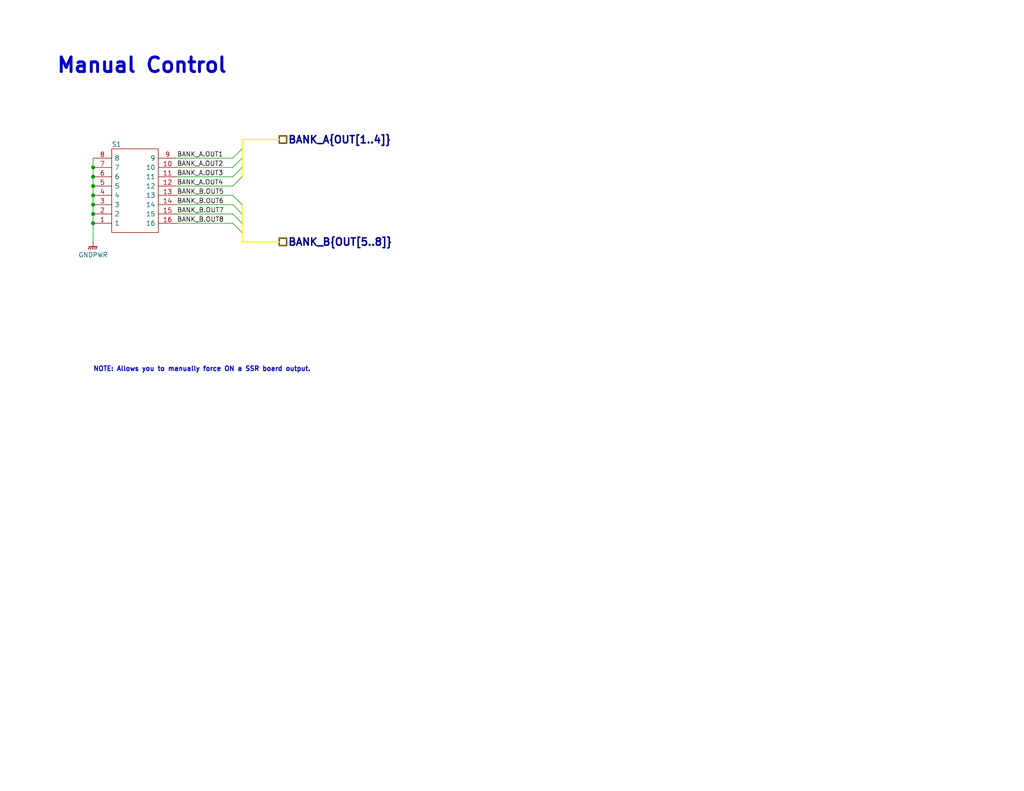
<source format=kicad_sch>
(kicad_sch (version 20230121) (generator eeschema)

  (uuid d160d62f-498c-4653-becf-a044d607865a)

  (paper "USLetter")

  (title_block
    (date "2023-02-13")
    (rev "0.0.11")
    (comment 2 "http://creativecommons.org/licenses/by-sa/4.0/")
    (comment 3 "License: CC By SA 4.0")
    (comment 4 "Author: Michael Cummings")
    (comment 5 "https://ohwr.org/project/cernohl/wikis/Documents/CERN-OHL-version-2")
    (comment 6 "Hardware License: CERN-OHL-W")
  )

  (lib_symbols
    (symbol "dragon_mobile:193-8MS" (pin_names (offset 0.762)) (in_bom yes) (on_board yes)
      (property "Reference" "S" (at 5.08 7.62 0)
        (effects (font (size 1.27 1.27)) (justify left))
      )
      (property "Value" "193-8MS" (at 5.08 5.08 0)
        (effects (font (size 1.5 1.5)) (justify left) hide)
      )
      (property "Footprint" "dragon_mobile:1938MS" (at 19.05 -22.86 0)
        (effects (font (size 1.27 1.27)) (justify left) hide)
      )
      (property "Datasheet" "https://componentsearchengine.com/Datasheets/1/193-8MS.pdf" (at 19.05 -25.4 0)
        (effects (font (size 1.27 1.27)) (justify left) hide)
      )
      (property "Description" "DIP Switches / SIP Switches 8 switch sections SPST" (at 19.05 -27.94 0)
        (effects (font (size 1.27 1.27)) (justify left) hide)
      )
      (property "MFN" "CTS" (at 19.05 -38.1 0)
        (effects (font (size 1.27 1.27)) (justify left) hide)
      )
      (property "MFP" "193-8MS" (at 19.05 -40.64 0)
        (effects (font (size 1.27 1.27)) (justify left) hide)
      )
      (property "Height (mm)" "9.37" (at 19.05 -30.48 0)
        (effects (font (size 1.27 1.27)) (justify left) hide)
      )
      (property "Mouser Part Number" "774-1938MS" (at 19.05 -33.02 0)
        (effects (font (size 1.27 1.27)) (justify left) hide)
      )
      (property "Mouser Price/Stock" "https://www.mouser.com/ProductDetail/CTS-Electronic-Components/193-8MS?qs=Mr%252BgrRYddfpU71WCaMSCKA%3D%3D" (at 19.05 -35.56 0)
        (effects (font (size 1.27 1.27)) (justify left) hide)
      )
      (property "ki_description" "DIP Switches / SIP Switches 8 switch sections SPST" (at 0 0 0)
        (effects (font (size 1.27 1.27)) hide)
      )
      (symbol "193-8MS_0_0"
        (pin passive line (at 0 0 0) (length 5.08)
          (name "1" (effects (font (size 1.27 1.27))))
          (number "1" (effects (font (size 1.27 1.27))))
        )
        (pin passive line (at 22.86 -15.24 180) (length 5.08)
          (name "10" (effects (font (size 1.27 1.27))))
          (number "10" (effects (font (size 1.27 1.27))))
        )
        (pin passive line (at 22.86 -12.7 180) (length 5.08)
          (name "11" (effects (font (size 1.27 1.27))))
          (number "11" (effects (font (size 1.27 1.27))))
        )
        (pin passive line (at 22.86 -10.16 180) (length 5.08)
          (name "12" (effects (font (size 1.27 1.27))))
          (number "12" (effects (font (size 1.27 1.27))))
        )
        (pin passive line (at 22.86 -7.62 180) (length 5.08)
          (name "13" (effects (font (size 1.27 1.27))))
          (number "13" (effects (font (size 1.27 1.27))))
        )
        (pin passive line (at 22.86 -5.08 180) (length 5.08)
          (name "14" (effects (font (size 1.27 1.27))))
          (number "14" (effects (font (size 1.27 1.27))))
        )
        (pin passive line (at 22.86 -2.54 180) (length 5.08)
          (name "15" (effects (font (size 1.27 1.27))))
          (number "15" (effects (font (size 1.27 1.27))))
        )
        (pin passive line (at 22.86 0 180) (length 5.08)
          (name "16" (effects (font (size 1.27 1.27))))
          (number "16" (effects (font (size 1.27 1.27))))
        )
        (pin passive line (at 0 -2.54 0) (length 5.08)
          (name "2" (effects (font (size 1.27 1.27))))
          (number "2" (effects (font (size 1.27 1.27))))
        )
        (pin passive line (at 0 -5.08 0) (length 5.08)
          (name "3" (effects (font (size 1.27 1.27))))
          (number "3" (effects (font (size 1.27 1.27))))
        )
        (pin passive line (at 0 -7.62 0) (length 5.08)
          (name "4" (effects (font (size 1.27 1.27))))
          (number "4" (effects (font (size 1.27 1.27))))
        )
        (pin passive line (at 0 -10.16 0) (length 5.08)
          (name "5" (effects (font (size 1.27 1.27))))
          (number "5" (effects (font (size 1.27 1.27))))
        )
        (pin passive line (at 0 -12.7 0) (length 5.08)
          (name "6" (effects (font (size 1.27 1.27))))
          (number "6" (effects (font (size 1.27 1.27))))
        )
        (pin passive line (at 0 -15.24 0) (length 5.08)
          (name "7" (effects (font (size 1.27 1.27))))
          (number "7" (effects (font (size 1.27 1.27))))
        )
        (pin passive line (at 0 -17.78 0) (length 5.08)
          (name "8" (effects (font (size 1.27 1.27))))
          (number "8" (effects (font (size 1.27 1.27))))
        )
        (pin passive line (at 22.86 -17.78 180) (length 5.08)
          (name "9" (effects (font (size 1.27 1.27))))
          (number "9" (effects (font (size 1.27 1.27))))
        )
      )
      (symbol "193-8MS_0_1"
        (polyline
          (pts
            (xy 5.08 2.54)
            (xy 17.78 2.54)
            (xy 17.78 -20.32)
            (xy 5.08 -20.32)
            (xy 5.08 2.54)
          )
          (stroke (width 0.1524) (type default))
          (fill (type none))
        )
      )
    )
    (symbol "power:GNDPWR" (power) (pin_names (offset 0)) (in_bom yes) (on_board yes)
      (property "Reference" "#PWR" (at 0 -5.08 0)
        (effects (font (size 1.27 1.27)) hide)
      )
      (property "Value" "GNDPWR" (at 0 -3.302 0)
        (effects (font (size 1.27 1.27)))
      )
      (property "Footprint" "" (at 0 -1.27 0)
        (effects (font (size 1.27 1.27)) hide)
      )
      (property "Datasheet" "" (at 0 -1.27 0)
        (effects (font (size 1.27 1.27)) hide)
      )
      (property "ki_keywords" "power-flag" (at 0 0 0)
        (effects (font (size 1.27 1.27)) hide)
      )
      (property "ki_description" "Power symbol creates a global label with name \"GNDPWR\" , power ground" (at 0 0 0)
        (effects (font (size 1.27 1.27)) hide)
      )
      (symbol "GNDPWR_0_1"
        (polyline
          (pts
            (xy 0 -1.27)
            (xy 0 0)
          )
          (stroke (width 0) (type default))
          (fill (type none))
        )
        (polyline
          (pts
            (xy -1.016 -1.27)
            (xy -1.27 -2.032)
            (xy -1.27 -2.032)
          )
          (stroke (width 0.2032) (type default))
          (fill (type none))
        )
        (polyline
          (pts
            (xy -0.508 -1.27)
            (xy -0.762 -2.032)
            (xy -0.762 -2.032)
          )
          (stroke (width 0.2032) (type default))
          (fill (type none))
        )
        (polyline
          (pts
            (xy 0 -1.27)
            (xy -0.254 -2.032)
            (xy -0.254 -2.032)
          )
          (stroke (width 0.2032) (type default))
          (fill (type none))
        )
        (polyline
          (pts
            (xy 0.508 -1.27)
            (xy 0.254 -2.032)
            (xy 0.254 -2.032)
          )
          (stroke (width 0.2032) (type default))
          (fill (type none))
        )
        (polyline
          (pts
            (xy 1.016 -1.27)
            (xy -1.016 -1.27)
            (xy -1.016 -1.27)
          )
          (stroke (width 0.2032) (type default))
          (fill (type none))
        )
        (polyline
          (pts
            (xy 1.016 -1.27)
            (xy 0.762 -2.032)
            (xy 0.762 -2.032)
            (xy 0.762 -2.032)
          )
          (stroke (width 0.2032) (type default))
          (fill (type none))
        )
      )
      (symbol "GNDPWR_1_1"
        (pin power_in line (at 0 0 270) (length 0) hide
          (name "GNDPWR" (effects (font (size 1.27 1.27))))
          (number "1" (effects (font (size 1.27 1.27))))
        )
      )
    )
  )

  (junction (at 25.4 55.88) (diameter 0) (color 0 0 0 0)
    (uuid 565d5075-bd28-4567-98c9-b0e3ca78062d)
  )
  (junction (at 25.4 58.42) (diameter 0) (color 0 0 0 0)
    (uuid 6e0762f3-3602-40a4-afcc-6c6332c3da45)
  )
  (junction (at 25.4 45.72) (diameter 0) (color 0 0 0 0)
    (uuid 87dd2fc8-2e0f-44e1-8781-ffaa14b0c95c)
  )
  (junction (at 25.4 48.26) (diameter 0) (color 0 0 0 0)
    (uuid 8d6d5cf3-474c-48d9-bdda-62875d44fc03)
  )
  (junction (at 25.4 53.34) (diameter 0) (color 0 0 0 0)
    (uuid a4d091ab-d649-4850-b262-d9a70672bd99)
  )
  (junction (at 25.4 60.96) (diameter 0) (color 0 0 0 0)
    (uuid b3af05b6-e952-408b-9f48-bee6319bd03b)
  )
  (junction (at 25.4 50.8) (diameter 0) (color 0 0 0 0)
    (uuid e058193f-1b96-47e4-8ef4-f492dbe30fe6)
  )

  (bus_entry (at 66.04 48.26) (size -2.54 2.54)
    (stroke (width 0) (type default))
    (uuid 0cd24cb4-f2b2-456e-839d-a8e850f6c944)
  )
  (bus_entry (at 66.04 58.42) (size -2.54 -2.54)
    (stroke (width 0) (type default))
    (uuid 130ae654-03ed-4fca-ba34-06296f2f14a7)
  )
  (bus_entry (at 66.04 43.18) (size -2.54 2.54)
    (stroke (width 0) (type default))
    (uuid 40dd8efe-56f8-4dab-9b24-553c48288a7a)
  )
  (bus_entry (at 66.04 60.96) (size -2.54 -2.54)
    (stroke (width 0) (type default))
    (uuid 4876a8cd-8c58-4533-a570-45378a26672d)
  )
  (bus_entry (at 66.04 45.72) (size -2.54 2.54)
    (stroke (width 0) (type default))
    (uuid 6502848f-40c0-4241-87b0-89ecf40ddbfa)
  )
  (bus_entry (at 66.04 63.5) (size -2.54 -2.54)
    (stroke (width 0) (type default))
    (uuid cf7f4e0f-00af-4563-9ea5-b26b9dd01363)
  )
  (bus_entry (at 66.04 55.88) (size -2.54 -2.54)
    (stroke (width 0) (type default))
    (uuid d83e5875-0b60-4365-a86b-6a740eef0fde)
  )
  (bus_entry (at 66.04 40.64) (size -2.54 2.54)
    (stroke (width 0) (type default))
    (uuid f806ced4-d30e-4c76-8eb5-af6aa61f68f9)
  )

  (wire (pts (xy 48.26 50.8) (xy 63.5 50.8))
    (stroke (width 0) (type default))
    (uuid 04574fc7-fcc9-44e8-a0d2-046bd652aba5)
  )
  (bus (pts (xy 66.04 63.5) (xy 66.04 60.96))
    (stroke (width 0) (type default) (color 255 255 0 1))
    (uuid 0ddcb4ce-7d3d-46b9-9d0e-d1c292d0d4b3)
  )

  (wire (pts (xy 48.26 60.96) (xy 63.5 60.96))
    (stroke (width 0) (type default))
    (uuid 14e4727a-a534-4a3e-8688-095854fdfceb)
  )
  (bus (pts (xy 66.04 43.18) (xy 66.04 45.72))
    (stroke (width 0) (type default) (color 255 255 0 1))
    (uuid 17cf66d0-26c0-4789-8c51-58f1d8a9b1c2)
  )

  (wire (pts (xy 48.26 58.42) (xy 63.5 58.42))
    (stroke (width 0) (type default))
    (uuid 20c5a06c-3fb3-433d-95c4-0378047b875a)
  )
  (wire (pts (xy 25.4 60.96) (xy 25.4 66.04))
    (stroke (width 0) (type default))
    (uuid 297a46c9-eb88-4516-b9de-7d365009c7b0)
  )
  (bus (pts (xy 66.04 40.64) (xy 66.04 43.18))
    (stroke (width 0) (type default) (color 255 255 0 1))
    (uuid 2b6daa87-bc0d-42c6-b8d9-814d76d51525)
  )

  (wire (pts (xy 48.26 45.72) (xy 63.5 45.72))
    (stroke (width 0) (type default))
    (uuid 36db859b-7637-4ada-b94a-55a38dfbbd7d)
  )
  (wire (pts (xy 48.26 53.34) (xy 63.5 53.34))
    (stroke (width 0) (type default))
    (uuid 3b0d40c5-58bf-4409-8afd-486639c3dbc5)
  )
  (wire (pts (xy 25.4 55.88) (xy 25.4 58.42))
    (stroke (width 0) (type default))
    (uuid 3fe4eec2-2a58-4b6d-9b14-221499b20594)
  )
  (wire (pts (xy 48.26 43.18) (xy 63.5 43.18))
    (stroke (width 0) (type default))
    (uuid 41d53c67-6581-4516-9ceb-b9d54aa95966)
  )
  (bus (pts (xy 66.04 60.96) (xy 66.04 58.42))
    (stroke (width 0) (type default) (color 255 255 0 1))
    (uuid 51562c7a-3f5d-4894-ba60-966d3e651c81)
  )

  (wire (pts (xy 25.4 45.72) (xy 25.4 48.26))
    (stroke (width 0) (type default))
    (uuid 5349463f-48ac-4be2-b398-2e25e5e90884)
  )
  (wire (pts (xy 25.4 58.42) (xy 25.4 60.96))
    (stroke (width 0) (type default))
    (uuid 67ebd578-39c7-416c-8e24-30b34756c337)
  )
  (wire (pts (xy 25.4 48.26) (xy 25.4 50.8))
    (stroke (width 0) (type default))
    (uuid 6cc7f97d-f3de-419a-aeaa-0f778eba198d)
  )
  (bus (pts (xy 76.2 66.04) (xy 66.04 66.04))
    (stroke (width 0) (type default) (color 255 255 0 1))
    (uuid 73569928-c107-4e19-87a4-43faf2a8f749)
  )

  (wire (pts (xy 25.4 50.8) (xy 25.4 53.34))
    (stroke (width 0) (type default))
    (uuid 7b3b51f6-4781-436e-a606-1b8805a3bf1c)
  )
  (wire (pts (xy 48.26 55.88) (xy 63.5 55.88))
    (stroke (width 0) (type default))
    (uuid 922ce97b-d63f-4d61-8fc6-8bd995eec6d6)
  )
  (bus (pts (xy 66.04 66.04) (xy 66.04 63.5))
    (stroke (width 0) (type default) (color 255 255 0 1))
    (uuid bbcb4284-a3ee-4aef-9fce-1d69deaaa50a)
  )

  (wire (pts (xy 25.4 53.34) (xy 25.4 55.88))
    (stroke (width 0) (type default))
    (uuid bdb61d71-70a3-4d56-9776-ac7c3bf41903)
  )
  (bus (pts (xy 66.04 38.1) (xy 66.04 40.64))
    (stroke (width 0) (type default) (color 255 255 0 1))
    (uuid c1b7e062-ad7c-464b-aa05-93d737190bae)
  )

  (wire (pts (xy 25.4 43.18) (xy 25.4 45.72))
    (stroke (width 0) (type default))
    (uuid cc40c30e-affc-460b-a474-7190d06c12ec)
  )
  (bus (pts (xy 76.2 38.1) (xy 66.04 38.1))
    (stroke (width 0) (type default) (color 255 255 0 1))
    (uuid eb674917-5e40-4fce-9e77-14303424b156)
  )
  (bus (pts (xy 66.04 58.42) (xy 66.04 55.88))
    (stroke (width 0) (type default) (color 255 255 0 1))
    (uuid f56e5b3c-7868-408a-be0a-c272ebf679eb)
  )
  (bus (pts (xy 66.04 45.72) (xy 66.04 48.26))
    (stroke (width 0) (type default) (color 255 255 0 1))
    (uuid fbcc5da0-2c79-4922-83e3-078c9ff53108)
  )

  (wire (pts (xy 48.26 48.26) (xy 63.5 48.26))
    (stroke (width 0) (type default))
    (uuid fc754fac-07e7-45f4-8498-b4acaaebf492)
  )

  (text "Manual Control" (at 15.24 20.32 0)
    (effects (font (size 4 4) bold) (justify left bottom))
    (uuid 2d04f357-4fee-406d-8b58-9947d49516ba)
  )
  (text "NOTE: Allows you to manually force ON a SSR board output."
    (at 25.4 101.6 0)
    (effects (font (size 1.27 1.27) bold) (justify left bottom))
    (uuid 6e51cb9a-b6a7-4b08-8839-c719bd45905a)
  )

  (label "BANK_B.OUT8" (at 48.26 60.96 0) (fields_autoplaced)
    (effects (font (size 1.27 1.27)) (justify left bottom))
    (uuid 0f733070-910e-4d2e-b924-218a34e962fb)
  )
  (label "BANK_B.OUT7" (at 48.26 58.42 0) (fields_autoplaced)
    (effects (font (size 1.27 1.27)) (justify left bottom))
    (uuid 4654b3c2-c4a6-4926-88f4-51483105c0bd)
  )
  (label "BANK_B.OUT6" (at 48.26 55.88 0) (fields_autoplaced)
    (effects (font (size 1.27 1.27)) (justify left bottom))
    (uuid 7efa30ea-73c8-4eec-92ce-105261e44f39)
  )
  (label "BANK_A.OUT1" (at 48.26 43.18 0) (fields_autoplaced)
    (effects (font (size 1.27 1.27)) (justify left bottom))
    (uuid 7ff8e2ae-4d55-493d-954c-6bb64bced636)
  )
  (label "BANK_A.OUT3" (at 48.26 48.26 0) (fields_autoplaced)
    (effects (font (size 1.27 1.27)) (justify left bottom))
    (uuid 8d495058-c24c-4018-a2df-4a904c809033)
  )
  (label "BANK_B.OUT5" (at 48.26 53.34 0) (fields_autoplaced)
    (effects (font (size 1.27 1.27)) (justify left bottom))
    (uuid 94965006-ea7a-403a-a982-be6245574ef1)
  )
  (label "BANK_A.OUT2" (at 48.26 45.72 0) (fields_autoplaced)
    (effects (font (size 1.27 1.27)) (justify left bottom))
    (uuid bf9e87e3-a184-45a6-b92c-c3736e115202)
  )
  (label "BANK_A.OUT4" (at 48.26 50.8 0) (fields_autoplaced)
    (effects (font (size 1.27 1.27)) (justify left bottom))
    (uuid fc6838af-98f5-4b28-a1b9-e8ca5698404e)
  )

  (hierarchical_label "BANK_A{OUT[1..4]}" (shape passive) (at 76.2 38.1 0) (fields_autoplaced)
    (effects (font (size 2 2) bold) (justify left))
    (uuid 27ce0727-64b3-411d-8a47-609c501b19bf)
  )
  (hierarchical_label "BANK_B{OUT[5..8]}" (shape passive) (at 76.2 66.04 0) (fields_autoplaced)
    (effects (font (size 2 2) bold) (justify left))
    (uuid 475011a4-563b-4dd5-8023-1108e71eb48d)
  )

  (symbol (lib_id "power:GNDPWR") (at 25.4 66.04 0) (unit 1)
    (in_bom yes) (on_board yes) (dnp no)
    (uuid 76e39411-b69e-40eb-837f-d828b17dd1f9)
    (property "Reference" "#PWR0101" (at 25.4 71.12 0)
      (effects (font (size 1.27 1.27)) hide)
    )
    (property "Value" "GNDPWR" (at 25.4 69.596 0)
      (effects (font (size 1.27 1.27)))
    )
    (property "Footprint" "" (at 25.4 67.31 0)
      (effects (font (size 1.27 1.27)) hide)
    )
    (property "Datasheet" "" (at 25.4 67.31 0)
      (effects (font (size 1.27 1.27)) hide)
    )
    (pin "1" (uuid 6200f3bb-2340-42f2-bbb8-96f0f8e0b2eb))
    (instances
      (project "picow_ssr_control"
        (path "/04b3a773-2568-4dd5-b3b9-f3130861ac39/6f32e7f5-0a22-4bb9-a836-1e48dd69b48f"
          (reference "#PWR0101") (unit 1)
        )
      )
    )
  )

  (symbol (lib_id "dragon_mobile:193-8MS") (at 25.4 60.96 0) (mirror x) (unit 1)
    (in_bom yes) (on_board yes) (dnp no)
    (uuid 8f786c38-4138-4f6b-b98d-ec240583ea11)
    (property "Reference" "S1" (at 30.48 40.132 0)
      (effects (font (size 1.27 1.27)) (justify left top))
    )
    (property "Value" "193-8MS" (at 35.5601 64.77 90)
      (effects (font (size 1.27 1.27)) (justify left) hide)
    )
    (property "Footprint" "dragon_mobile:1938MS" (at 48.26 80.01 0)
      (effects (font (size 1.27 1.27)) (justify left) hide)
    )
    (property "Datasheet" "https://componentsearchengine.com/Datasheets/1/193-8MS.pdf" (at 50.8 80.01 0)
      (effects (font (size 1.27 1.27)) (justify left) hide)
    )
    (property "Description" "DIP Switches / SIP Switches 8 switch sections SPST" (at 53.34 80.01 0)
      (effects (font (size 1.27 1.27)) (justify left) hide)
    )
    (property "MFN" "CTS" (at 25.4 60.96 0)
      (effects (font (size 1.27 1.27)) hide)
    )
    (property "MFP" "193-8MS" (at 25.4 60.96 0)
      (effects (font (size 1.27 1.27)) hide)
    )
    (property "Height (mm)" "9.37" (at 25.4 60.96 0)
      (effects (font (size 1.27 1.27)) hide)
    )
    (property "Mouser Price/Stock" "https://www.mouser.com/ProductDetail/CTS-Electronic-Components/193-8MS?qs=Mr%252BgrRYddfpU71WCaMSCKA%3D%3D" (at 60.96 80.01 0)
      (effects (font (size 1.27 1.27)) (justify left) hide)
    )
    (property "Mouser Part Number" "774-1938MS" (at 58.42 80.01 0)
      (effects (font (size 1.27 1.27)) (justify left) hide)
    )
    (property "Package" "Other" (at 25.4 60.96 0)
      (effects (font (size 1.27 1.27)) hide)
    )
    (property "Type" "SMD" (at 25.4 60.96 0)
      (effects (font (size 1.27 1.27)) hide)
    )
    (property "Your Instructions/Notes" "" (at 25.4 60.96 0)
      (effects (font (size 1.27 1.27)) hide)
    )
    (property "Characteristics" "DIP Switches / SIP Switches 8 switch sections SPST" (at 25.4 60.96 0)
      (effects (font (size 1.27 1.27)) hide)
    )
    (pin "1" (uuid ee7679d5-88fd-4eba-bc5e-8e83f90b0cd2))
    (pin "10" (uuid 750bba73-c22a-4042-a53d-b2bda9280570))
    (pin "11" (uuid 6fd76a42-e228-448c-b928-4b4998f512d9))
    (pin "12" (uuid 6abc0c91-1373-4d3e-9880-6d1a95464adb))
    (pin "13" (uuid 8b884ee6-28fa-4c8f-9039-d6a7106fa965))
    (pin "14" (uuid 0456f70f-fee9-4bfd-a153-05fb63dd2ebb))
    (pin "15" (uuid 5d7ab3e9-9b05-4f2d-aef2-e8e71bb1ee1a))
    (pin "16" (uuid dd63c57b-e2bc-4c32-b896-37aff3a0abab))
    (pin "2" (uuid 386ea82b-0064-46ba-b3ec-3203cdbc2aaf))
    (pin "3" (uuid 2353971d-ce25-4114-b84e-6b79f1ee0237))
    (pin "4" (uuid 5cc2df12-a0f2-45f1-9682-a05659bd6839))
    (pin "5" (uuid 6cd2fd9a-b8c4-453e-9d02-ae461f54ee0f))
    (pin "6" (uuid 3a3e08e4-c4ed-4b44-b36a-cf970fa6967a))
    (pin "7" (uuid 3745c350-e24e-411d-a4ad-64c4dcedc5fb))
    (pin "8" (uuid 58066eb9-eb81-4593-862b-86ebda9be43b))
    (pin "9" (uuid 43b69341-8339-4f1e-83b2-ec5e443ab355))
    (instances
      (project "picow_ssr_control"
        (path "/04b3a773-2568-4dd5-b3b9-f3130861ac39/6f32e7f5-0a22-4bb9-a836-1e48dd69b48f"
          (reference "S1") (unit 1)
        )
      )
    )
  )
)

</source>
